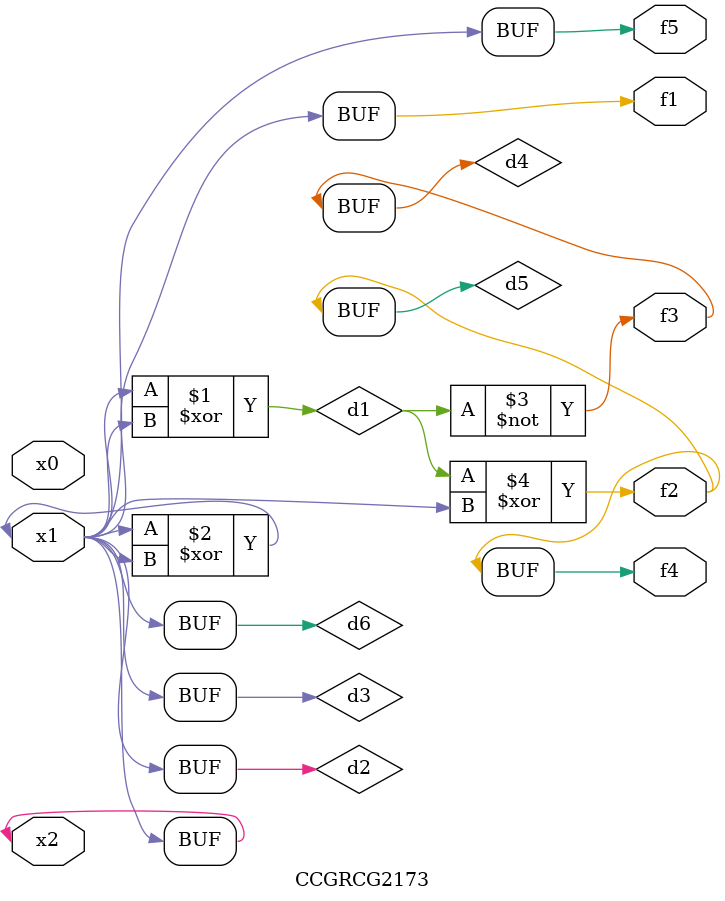
<source format=v>
module CCGRCG2173(
	input x0, x1, x2,
	output f1, f2, f3, f4, f5
);

	wire d1, d2, d3, d4, d5, d6;

	xor (d1, x1, x2);
	buf (d2, x1, x2);
	xor (d3, x1, x2);
	nor (d4, d1);
	xor (d5, d1, d2);
	buf (d6, d2, d3);
	assign f1 = d6;
	assign f2 = d5;
	assign f3 = d4;
	assign f4 = d5;
	assign f5 = d6;
endmodule

</source>
